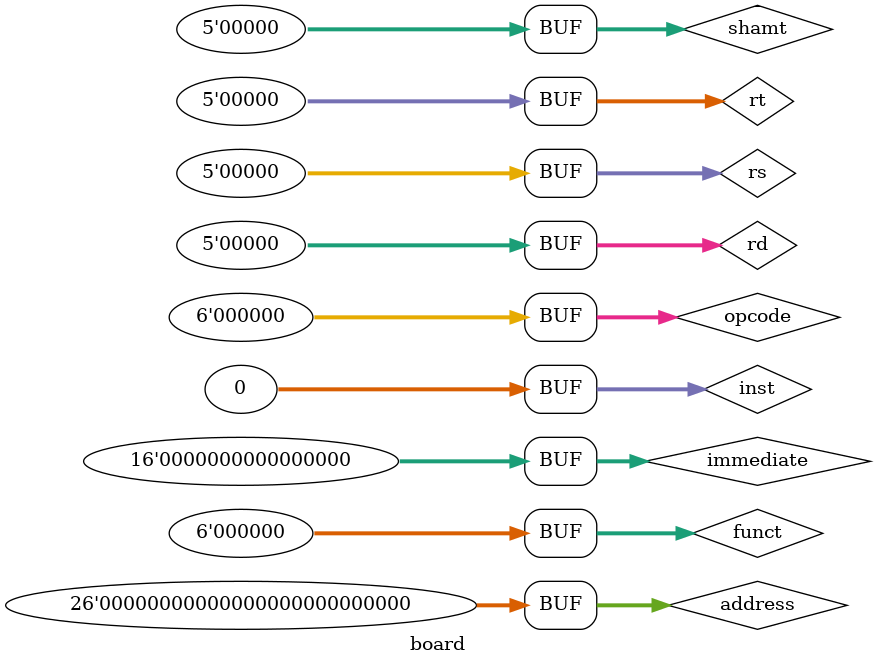
<source format=v>
`timescale 1ns / 1ps


module board(

    );
    reg [31:0] pc;
    reg [31:0] inst = 32'b0;
    
    wire [5:0] opcode = inst[31:26];
        
    wire [4:0] rs = inst[25:21];
    wire [4:0] rt = inst[20:16];
    wire [4:0] rd = inst[15:11];
    wire [4:0] shamt = inst[10:6];
    wire [5:0] funct = inst[5:0];
        
    wire [15:0] immediate = inst[15:0];
        
    wire [25:0] address = inst[25:0];
    
endmodule

</source>
